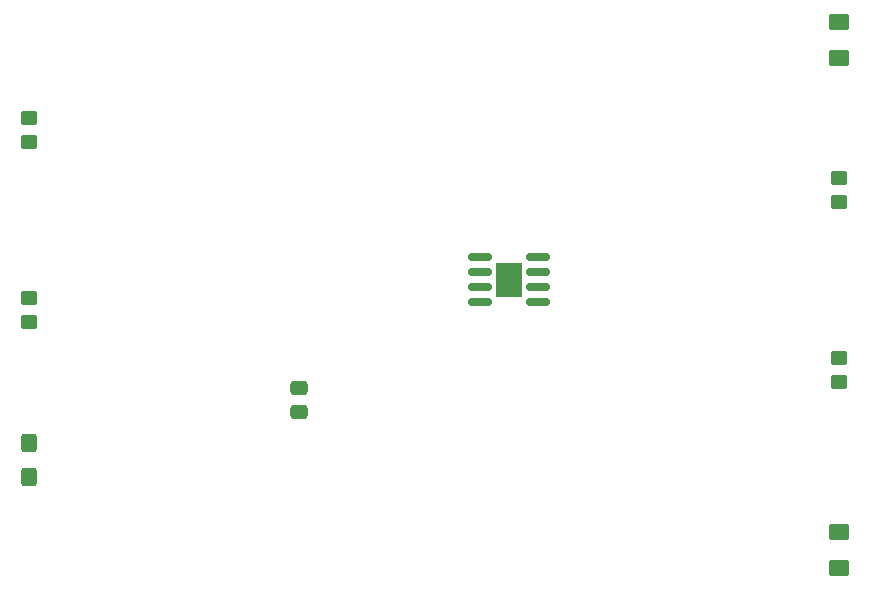
<source format=gbr>
%TF.GenerationSoftware,KiCad,Pcbnew,(6.0.10)*%
%TF.CreationDate,2023-02-24T19:06:45-08:00*%
%TF.ProjectId,Exercise 2,45786572-6369-4736-9520-322e6b696361,rev?*%
%TF.SameCoordinates,Original*%
%TF.FileFunction,Soldermask,Top*%
%TF.FilePolarity,Negative*%
%FSLAX46Y46*%
G04 Gerber Fmt 4.6, Leading zero omitted, Abs format (unit mm)*
G04 Created by KiCad (PCBNEW (6.0.10)) date 2023-02-24 19:06:45*
%MOMM*%
%LPD*%
G01*
G04 APERTURE LIST*
G04 Aperture macros list*
%AMRoundRect*
0 Rectangle with rounded corners*
0 $1 Rounding radius*
0 $2 $3 $4 $5 $6 $7 $8 $9 X,Y pos of 4 corners*
0 Add a 4 corners polygon primitive as box body*
4,1,4,$2,$3,$4,$5,$6,$7,$8,$9,$2,$3,0*
0 Add four circle primitives for the rounded corners*
1,1,$1+$1,$2,$3*
1,1,$1+$1,$4,$5*
1,1,$1+$1,$6,$7*
1,1,$1+$1,$8,$9*
0 Add four rect primitives between the rounded corners*
20,1,$1+$1,$2,$3,$4,$5,0*
20,1,$1+$1,$4,$5,$6,$7,0*
20,1,$1+$1,$6,$7,$8,$9,0*
20,1,$1+$1,$8,$9,$2,$3,0*%
G04 Aperture macros list end*
%ADD10RoundRect,0.250000X0.425000X-0.537500X0.425000X0.537500X-0.425000X0.537500X-0.425000X-0.537500X0*%
%ADD11RoundRect,0.250001X-0.624999X0.462499X-0.624999X-0.462499X0.624999X-0.462499X0.624999X0.462499X0*%
%ADD12RoundRect,0.150000X-0.825000X-0.150000X0.825000X-0.150000X0.825000X0.150000X-0.825000X0.150000X0*%
%ADD13R,2.290000X3.000000*%
%ADD14RoundRect,0.250000X-0.450000X0.350000X-0.450000X-0.350000X0.450000X-0.350000X0.450000X0.350000X0*%
%ADD15RoundRect,0.250000X0.450000X-0.350000X0.450000X0.350000X-0.450000X0.350000X-0.450000X-0.350000X0*%
%ADD16RoundRect,0.250000X0.475000X-0.337500X0.475000X0.337500X-0.475000X0.337500X-0.475000X-0.337500X0*%
G04 APERTURE END LIST*
D10*
%TO.C,C2*%
X50800000Y-118277500D03*
X50800000Y-115402500D03*
%TD*%
D11*
%TO.C,D2*%
X119380000Y-122972500D03*
X119380000Y-125947500D03*
%TD*%
%TO.C,D1*%
X119380000Y-79792500D03*
X119380000Y-82767500D03*
%TD*%
D12*
%TO.C,U1*%
X88965000Y-99695000D03*
X88965000Y-100965000D03*
X88965000Y-102235000D03*
X88965000Y-103505000D03*
X93915000Y-103505000D03*
X93915000Y-102235000D03*
X93915000Y-100965000D03*
X93915000Y-99695000D03*
D13*
X91440000Y-101600000D03*
%TD*%
D14*
%TO.C,R3*%
X119380000Y-92980000D03*
X119380000Y-94980000D03*
%TD*%
D15*
%TO.C,R2*%
X50800000Y-105140000D03*
X50800000Y-103140000D03*
%TD*%
D16*
%TO.C,C2*%
X73660000Y-112797500D03*
X73660000Y-110722500D03*
%TD*%
D15*
%TO.C,R4*%
X119380000Y-110220000D03*
X119380000Y-108220000D03*
%TD*%
%TO.C,R1*%
X50800000Y-89900000D03*
X50800000Y-87900000D03*
%TD*%
M02*

</source>
